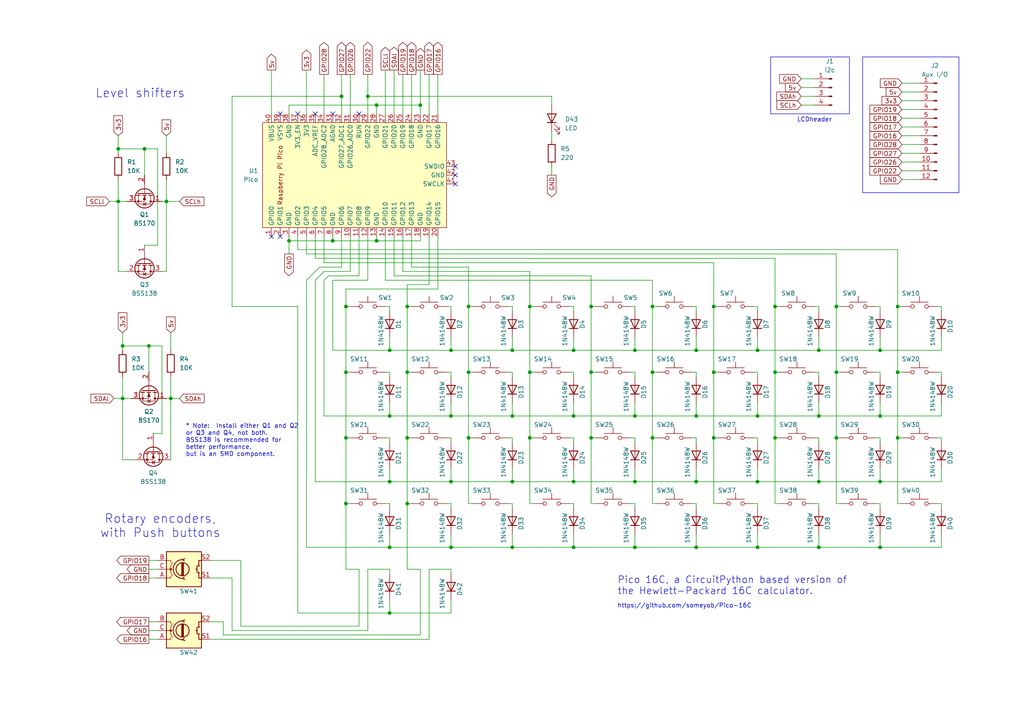
<source format=kicad_sch>
(kicad_sch (version 20231120) (generator "eeschema") (generator_version "8.0")
  (paper "A4")
  (junction (at 83.82 69.85))
  (junction (at 201.93 120.65))
  (junction (at 184.15 120.65))
  (junction (at 100.33 146.05))
  (junction (at 171.45 88.9))
  (junction (at 201.93 158.75))
  (junction (at 113.03 101.6))
  (junction (at 237.49 120.65))
  (junction (at 35.56 100.33))
  (junction (at 43.18 100.33))
  (junction (at 171.45 127))
  (junction (at 34.29 58.42))
  (junction (at 118.11 88.9))
  (junction (at 166.37 139.7))
  (junction (at 135.89 107.95))
  (junction (at 148.59 139.7))
  (junction (at 118.11 127))
  (junction (at 224.79 127))
  (junction (at 219.71 101.6))
  (junction (at 219.71 158.75))
  (junction (at 242.57 107.95))
  (junction (at 242.57 88.9))
  (junction (at 166.37 101.6))
  (junction (at 121.92 30.48))
  (junction (at 34.29 43.18))
  (junction (at 255.27 158.75))
  (junction (at 153.67 107.95))
  (junction (at 255.27 120.65))
  (junction (at 189.23 88.9))
  (junction (at 166.37 120.65))
  (junction (at 113.03 139.7))
  (junction (at 224.79 88.9))
  (junction (at 219.71 120.65))
  (junction (at 96.52 69.85))
  (junction (at 201.93 101.6))
  (junction (at 135.89 127))
  (junction (at 207.01 107.95))
  (junction (at 135.89 88.9))
  (junction (at 99.06 27.94))
  (junction (at 189.23 107.95))
  (junction (at 255.27 139.7))
  (junction (at 242.57 127))
  (junction (at 41.91 43.18))
  (junction (at 207.01 88.9))
  (junction (at 260.35 127))
  (junction (at 130.81 101.6))
  (junction (at 113.03 120.65))
  (junction (at 171.45 107.95))
  (junction (at 184.15 139.7))
  (junction (at 106.68 27.94))
  (junction (at 118.11 107.95))
  (junction (at 219.71 139.7))
  (junction (at 201.93 139.7))
  (junction (at 113.03 177.8))
  (junction (at 237.49 158.75))
  (junction (at 109.22 30.48))
  (junction (at 49.53 115.57))
  (junction (at 109.22 69.85))
  (junction (at 166.37 158.75))
  (junction (at 237.49 139.7))
  (junction (at 130.81 139.7))
  (junction (at 224.79 107.95))
  (junction (at 255.27 101.6))
  (junction (at 35.56 115.57))
  (junction (at 260.35 88.9))
  (junction (at 153.67 88.9))
  (junction (at 100.33 127))
  (junction (at 189.23 127))
  (junction (at 237.49 101.6))
  (junction (at 260.35 107.95))
  (junction (at 100.33 88.9))
  (junction (at 184.15 158.75))
  (junction (at 113.03 158.75))
  (junction (at 130.81 120.65))
  (junction (at 130.81 158.75))
  (junction (at 207.01 127))
  (junction (at 153.67 127))
  (junction (at 48.26 58.42))
  (junction (at 148.59 158.75))
  (junction (at 148.59 101.6))
  (junction (at 148.59 120.65))
  (junction (at 118.11 146.05))
  (junction (at 100.33 107.95))
  (junction (at 184.15 101.6))
  (no_connect (at 91.44 33.02))
  (no_connect (at 81.28 68.58))
  (no_connect (at 132.08 48.26))
  (no_connect (at 104.14 33.02))
  (no_connect (at 96.52 33.02))
  (no_connect (at 132.08 50.8))
  (no_connect (at 78.74 68.58))
  (no_connect (at 81.28 33.02))
  (no_connect (at 132.08 53.34))
  (no_connect (at 86.36 33.02))
  (wire (pts (xy 153.67 88.9) (xy 154.94 88.9)))
  (wire (pts (xy 219.71 154.94) (xy 219.71 158.75)))
  (wire (pts (xy 148.59 101.6) (xy 166.37 101.6)))
  (wire (pts (xy 166.37 135.89) (xy 166.37 139.7)))
  (wire (pts (xy 237.49 158.75) (xy 255.27 158.75)))
  (wire (pts (xy 201.93 101.6) (xy 219.71 101.6)))
  (wire (pts (xy 236.22 127) (xy 237.49 127)))
  (wire (pts (xy 135.89 146.05) (xy 137.16 146.05)))
  (wire (pts (xy 35.56 115.57) (xy 35.56 133.35)))
  (wire (pts (xy 148.59 116.84) (xy 148.59 120.65)))
  (wire (pts (xy 254 88.9) (xy 255.27 88.9)))
  (wire (pts (xy 88.9 73.66) (xy 242.57 73.66)))
  (wire (pts (xy 93.98 81.28) (xy 93.98 120.65)))
  (wire (pts (xy 43.18 100.33) (xy 43.18 107.95)))
  (wire (pts (xy 189.23 127) (xy 189.23 146.05)))
  (wire (pts (xy 219.71 101.6) (xy 237.49 101.6)))
  (wire (pts (xy 35.56 133.35) (xy 39.37 133.35)))
  (wire (pts (xy 118.11 146.05) (xy 118.11 165.1)))
  (wire (pts (xy 237.49 116.84) (xy 237.49 120.65)))
  (wire (pts (xy 106.68 68.58) (xy 106.68 81.28)))
  (wire (pts (xy 129.54 127) (xy 130.81 127)))
  (wire (pts (xy 99.06 27.94) (xy 99.06 33.02)))
  (wire (pts (xy 135.89 88.9) (xy 137.16 88.9)))
  (wire (pts (xy 184.15 139.7) (xy 201.93 139.7)))
  (wire (pts (xy 67.31 88.9) (xy 86.36 88.9)))
  (wire (pts (xy 153.67 107.95) (xy 153.67 127)))
  (wire (pts (xy 86.36 88.9) (xy 86.36 177.8)))
  (wire (pts (xy 207.01 88.9) (xy 208.28 88.9)))
  (wire (pts (xy 166.37 139.7) (xy 184.15 139.7)))
  (wire (pts (xy 147.32 127) (xy 148.59 127)))
  (wire (pts (xy 184.15 154.94) (xy 184.15 158.75)))
  (wire (pts (xy 218.44 127) (xy 219.71 127)))
  (wire (pts (xy 261.62 46.99) (xy 266.7 46.99)))
  (wire (pts (xy 48.26 52.07) (xy 48.26 58.42)))
  (wire (pts (xy 130.81 154.94) (xy 130.81 158.75)))
  (wire (pts (xy 67.31 27.94) (xy 67.31 88.9)))
  (wire (pts (xy 116.84 21.59) (xy 116.84 33.02)))
  (wire (pts (xy 78.74 20.32) (xy 78.74 33.02)))
  (wire (pts (xy 273.05 107.95) (xy 273.05 109.22)))
  (wire (pts (xy 148.59 146.05) (xy 148.59 147.32)))
  (wire (pts (xy 201.93 97.79) (xy 201.93 101.6)))
  (wire (pts (xy 166.37 127) (xy 166.37 128.27)))
  (wire (pts (xy 224.79 74.93) (xy 224.79 88.9)))
  (wire (pts (xy 153.67 107.95) (xy 154.94 107.95)))
  (wire (pts (xy 113.03 101.6) (xy 130.81 101.6)))
  (wire (pts (xy 224.79 88.9) (xy 226.06 88.9)))
  (wire (pts (xy 31.75 58.42) (xy 34.29 58.42)))
  (wire (pts (xy 219.71 107.95) (xy 219.71 109.22)))
  (wire (pts (xy 48.26 58.42) (xy 48.26 78.74)))
  (wire (pts (xy 171.45 107.95) (xy 172.72 107.95)))
  (wire (pts (xy 130.81 127) (xy 130.81 128.27)))
  (wire (pts (xy 207.01 127) (xy 207.01 146.05)))
  (wire (pts (xy 49.53 115.57) (xy 49.53 133.35)))
  (wire (pts (xy 114.3 20.32) (xy 114.3 33.02)))
  (wire (pts (xy 95.25 80.01) (xy 93.98 81.28)))
  (wire (pts (xy 153.67 127) (xy 153.67 146.05)))
  (wire (pts (xy 41.91 43.18) (xy 45.72 43.18)))
  (wire (pts (xy 93.98 78.74) (xy 91.44 81.28)))
  (wire (pts (xy 118.11 127) (xy 119.38 127)))
  (wire (pts (xy 116.84 68.58) (xy 116.84 78.74)))
  (wire (pts (xy 109.22 30.48) (xy 109.22 33.02)))
  (wire (pts (xy 237.49 154.94) (xy 237.49 158.75)))
  (wire (pts (xy 219.71 127) (xy 219.71 128.27)))
  (wire (pts (xy 224.79 127) (xy 226.06 127)))
  (wire (pts (xy 113.03 177.8) (xy 130.81 177.8)))
  (wire (pts (xy 35.56 100.33) (xy 35.56 101.6)))
  (wire (pts (xy 127 68.58) (xy 127 83.82)))
  (wire (pts (xy 207.01 88.9) (xy 207.01 107.95)))
  (wire (pts (xy 148.59 107.95) (xy 148.59 109.22)))
  (wire (pts (xy 261.62 24.13) (xy 266.7 24.13)))
  (wire (pts (xy 261.62 36.83) (xy 266.7 36.83)))
  (wire (pts (xy 260.35 72.39) (xy 260.35 88.9)))
  (wire (pts (xy 201.93 158.75) (xy 219.71 158.75)))
  (wire (pts (xy 86.36 68.58) (xy 86.36 72.39)))
  (wire (pts (xy 255.27 127) (xy 255.27 128.27)))
  (wire (pts (xy 232.41 30.48) (xy 236.22 30.48)))
  (wire (pts (xy 207.01 107.95) (xy 207.01 127)))
  (wire (pts (xy 201.93 146.05) (xy 201.93 147.32)))
  (wire (pts (xy 184.15 116.84) (xy 184.15 120.65)))
  (wire (pts (xy 69.85 162.56) (xy 69.85 181.61)))
  (wire (pts (xy 43.18 167.64) (xy 45.72 167.64)))
  (wire (pts (xy 130.81 88.9) (xy 130.81 90.17)))
  (wire (pts (xy 60.96 180.34) (xy 64.77 180.34)))
  (wire (pts (xy 242.57 107.95) (xy 243.84 107.95)))
  (wire (pts (xy 121.92 165.1) (xy 121.92 184.15)))
  (wire (pts (xy 171.45 127) (xy 172.72 127)))
  (wire (pts (xy 100.33 107.95) (xy 101.6 107.95)))
  (wire (pts (xy 114.3 68.58) (xy 114.3 80.01)))
  (wire (pts (xy 254 107.95) (xy 255.27 107.95)))
  (wire (pts (xy 260.35 127) (xy 261.62 127)))
  (wire (pts (xy 113.03 139.7) (xy 130.81 139.7)))
  (wire (pts (xy 166.37 107.95) (xy 166.37 109.22)))
  (wire (pts (xy 45.72 71.12) (xy 41.91 71.12)))
  (wire (pts (xy 35.56 115.57) (xy 38.1 115.57)))
  (wire (pts (xy 166.37 101.6) (xy 184.15 101.6)))
  (wire (pts (xy 237.49 139.7) (xy 255.27 139.7)))
  (wire (pts (xy 101.6 68.58) (xy 101.6 78.74)))
  (wire (pts (xy 67.31 182.88) (xy 106.68 182.88)))
  (wire (pts (xy 129.54 107.95) (xy 130.81 107.95)))
  (wire (pts (xy 171.45 146.05) (xy 172.72 146.05)))
  (wire (pts (xy 184.15 120.65) (xy 201.93 120.65)))
  (wire (pts (xy 165.1 127) (xy 166.37 127)))
  (wire (pts (xy 113.03 173.99) (xy 113.03 177.8)))
  (wire (pts (xy 33.02 115.57) (xy 35.56 115.57)))
  (wire (pts (xy 236.22 146.05) (xy 237.49 146.05)))
  (wire (pts (xy 113.03 154.94) (xy 113.03 158.75)))
  (wire (pts (xy 255.27 88.9) (xy 255.27 90.17)))
  (wire (pts (xy 182.88 107.95) (xy 184.15 107.95)))
  (wire (pts (xy 255.27 135.89) (xy 255.27 139.7)))
  (wire (pts (xy 118.11 127) (xy 118.11 146.05)))
  (wire (pts (xy 271.78 88.9) (xy 273.05 88.9)))
  (wire (pts (xy 255.27 139.7) (xy 273.05 139.7)))
  (wire (pts (xy 113.03 166.37) (xy 113.03 165.1)))
  (wire (pts (xy 232.41 22.86) (xy 236.22 22.86)))
  (wire (pts (xy 189.23 146.05) (xy 190.5 146.05)))
  (wire (pts (xy 166.37 116.84) (xy 166.37 120.65)))
  (wire (pts (xy 99.06 27.94) (xy 67.31 27.94)))
  (wire (pts (xy 43.18 100.33) (xy 46.99 100.33)))
  (wire (pts (xy 83.82 69.85) (xy 83.82 73.66)))
  (wire (pts (xy 113.03 120.65) (xy 130.81 120.65)))
  (wire (pts (xy 121.92 184.15) (xy 64.77 184.15)))
  (wire (pts (xy 43.18 180.34) (xy 45.72 180.34)))
  (wire (pts (xy 232.41 27.94) (xy 236.22 27.94)))
  (wire (pts (xy 43.18 165.1) (xy 45.72 165.1)))
  (wire (pts (xy 200.66 146.05) (xy 201.93 146.05)))
  (wire (pts (xy 166.37 97.79) (xy 166.37 101.6)))
  (wire (pts (xy 100.33 83.82) (xy 127 83.82)))
  (wire (pts (xy 135.89 127) (xy 137.16 127)))
  (wire (pts (xy 93.98 76.2) (xy 207.01 76.2)))
  (wire (pts (xy 130.81 107.95) (xy 130.81 109.22)))
  (wire (pts (xy 35.56 100.33) (xy 43.18 100.33)))
  (wire (pts (xy 147.32 88.9) (xy 148.59 88.9)))
  (wire (pts (xy 261.62 39.37) (xy 266.7 39.37)))
  (wire (pts (xy 109.22 68.58) (xy 109.22 69.85)))
  (wire (pts (xy 219.71 139.7) (xy 237.49 139.7)))
  (wire (pts (xy 255.27 158.75) (xy 273.05 158.75)))
  (wire (pts (xy 113.03 107.95) (xy 113.03 109.22)))
  (wire (pts (xy 201.93 154.94) (xy 201.93 158.75)))
  (wire (pts (xy 44.45 125.73) (xy 46.99 125.73)))
  (wire (pts (xy 119.38 77.47) (xy 135.89 77.47)))
  (wire (pts (xy 242.57 146.05) (xy 243.84 146.05)))
  (wire (pts (xy 113.03 135.89) (xy 113.03 139.7)))
  (wire (pts (xy 148.59 120.65) (xy 166.37 120.65)))
  (wire (pts (xy 34.29 43.18) (xy 34.29 44.45)))
  (wire (pts (xy 35.56 109.22) (xy 35.56 115.57)))
  (wire (pts (xy 113.03 158.75) (xy 130.81 158.75)))
  (wire (pts (xy 273.05 154.94) (xy 273.05 158.75)))
  (wire (pts (xy 114.3 80.01) (xy 171.45 80.01)))
  (wire (pts (xy 261.62 31.75) (xy 266.7 31.75)))
  (wire (pts (xy 93.98 120.65) (xy 113.03 120.65)))
  (wire (pts (xy 69.85 181.61) (xy 104.14 181.61)))
  (wire (pts (xy 113.03 146.05) (xy 113.03 147.32)))
  (wire (pts (xy 130.81 116.84) (xy 130.81 120.65)))
  (wire (pts (xy 224.79 107.95) (xy 224.79 127)))
  (wire (pts (xy 91.44 139.7) (xy 113.03 139.7)))
  (wire (pts (xy 237.49 120.65) (xy 255.27 120.65)))
  (wire (pts (xy 99.06 21.59) (xy 99.06 27.94)))
  (wire (pts (xy 189.23 107.95) (xy 190.5 107.95)))
  (wire (pts (xy 153.67 78.74) (xy 153.67 88.9)))
  (wire (pts (xy 60.96 162.56) (xy 69.85 162.56)))
  (wire (pts (xy 182.88 88.9) (xy 184.15 88.9)))
  (wire (pts (xy 255.27 97.79) (xy 255.27 101.6)))
  (wire (pts (xy 201.93 88.9) (xy 201.93 90.17)))
  (wire (pts (xy 111.76 68.58) (xy 111.76 81.28)))
  (wire (pts (xy 118.11 82.55) (xy 118.11 88.9)))
  (wire (pts (xy 113.03 127) (xy 113.03 128.27)))
  (wire (pts (xy 119.38 21.59) (xy 119.38 33.02)))
  (wire (pts (xy 48.26 115.57) (xy 49.53 115.57)))
  (wire (pts (xy 242.57 88.9) (xy 243.84 88.9)))
  (wire (pts (xy 273.05 88.9) (xy 273.05 90.17)))
  (wire (pts (xy 135.89 77.47) (xy 135.89 88.9)))
  (wire (pts (xy 236.22 88.9) (xy 237.49 88.9)))
  (wire (pts (xy 148.59 127) (xy 148.59 128.27)))
  (wire (pts (xy 153.67 146.05) (xy 154.94 146.05)))
  (wire (pts (xy 189.23 88.9) (xy 190.5 88.9)))
  (wire (pts (xy 45.72 43.18) (xy 45.72 71.12)))
  (wire (pts (xy 147.32 146.05) (xy 148.59 146.05)))
  (wire (pts (xy 166.37 146.05) (xy 166.37 147.32)))
  (wire (pts (xy 83.82 30.48) (xy 109.22 30.48)))
  (wire (pts (xy 109.22 69.85) (xy 121.92 69.85)))
  (wire (pts (xy 201.93 116.84) (xy 201.93 120.65)))
  (wire (pts (xy 237.49 146.05) (xy 237.49 147.32)))
  (wire (pts (xy 88.9 81.28) (xy 88.9 158.75)))
  (wire (pts (xy 49.53 115.57) (xy 52.07 115.57)))
  (wire (pts (xy 242.57 127) (xy 243.84 127)))
  (wire (pts (xy 111.76 81.28) (xy 189.23 81.28)))
  (wire (pts (xy 106.68 165.1) (xy 113.03 165.1)))
  (wire (pts (xy 96.52 68.58) (xy 96.52 69.85)))
  (wire (pts (xy 104.14 68.58) (xy 104.14 80.01)))
  (wire (pts (xy 171.45 88.9) (xy 171.45 107.95)))
  (wire (pts (xy 34.29 58.42) (xy 36.83 58.42)))
  (wire (pts (xy 93.98 21.59) (xy 93.98 33.02)))
  (wire (pts (xy 148.59 158.75) (xy 166.37 158.75)))
  (wire (pts (xy 100.33 88.9) (xy 101.6 88.9)))
  (wire (pts (xy 130.81 101.6) (xy 148.59 101.6)))
  (wire (pts (xy 224.79 88.9) (xy 224.79 107.95)))
  (wire (pts (xy 201.93 120.65) (xy 219.71 120.65)))
  (wire (pts (xy 34.29 39.37) (xy 34.29 43.18)))
  (wire (pts (xy 184.15 146.05) (xy 184.15 147.32)))
  (wire (pts (xy 109.22 30.48) (xy 121.92 30.48)))
  (wire (pts (xy 153.67 127) (xy 154.94 127)))
  (wire (pts (xy 219.71 120.65) (xy 237.49 120.65)))
  (wire (pts (xy 236.22 107.95) (xy 237.49 107.95)))
  (wire (pts (xy 237.49 88.9) (xy 237.49 90.17)))
  (wire (pts (xy 219.71 97.79) (xy 219.71 101.6)))
  (wire (pts (xy 43.18 185.42) (xy 45.72 185.42)))
  (wire (pts (xy 260.35 88.9) (xy 261.62 88.9)))
  (wire (pts (xy 43.18 162.56) (xy 45.72 162.56)))
  (wire (pts (xy 49.53 96.52) (xy 49.53 101.6)))
  (wire (pts (xy 166.37 154.94) (xy 166.37 158.75)))
  (wire (pts (xy 91.44 81.28) (xy 91.44 139.7)))
  (wire (pts (xy 34.29 52.07) (xy 34.29 58.42)))
  (wire (pts (xy 64.77 184.15) (xy 64.77 180.34)))
  (wire (pts (xy 171.45 80.01) (xy 171.45 88.9)))
  (wire (pts (xy 91.44 68.58) (xy 91.44 74.93)))
  (wire (pts (xy 148.59 97.79) (xy 148.59 101.6)))
  (wire (pts (xy 34.29 43.18) (xy 41.91 43.18)))
  (wire (pts (xy 121.92 30.48) (xy 121.92 33.02)))
  (wire (pts (xy 118.11 107.95) (xy 119.38 107.95)))
  (wire (pts (xy 104.14 181.61) (xy 104.14 165.1)))
  (wire (pts (xy 135.89 127) (xy 135.89 146.05)))
  (wire (pts (xy 273.05 127) (xy 273.05 128.27)))
  (wire (pts (xy 171.45 88.9) (xy 172.72 88.9)))
  (wire (pts (xy 129.54 146.05) (xy 130.81 146.05)))
  (wire (pts (xy 83.82 68.58) (xy 83.82 69.85)))
  (wire (pts (xy 34.29 78.74) (xy 36.83 78.74)))
  (wire (pts (xy 83.82 30.48) (xy 83.82 33.02)))
  (wire (pts (xy 43.18 182.88) (xy 45.72 182.88)))
  (wire (pts (xy 35.56 96.52) (xy 35.56 100.33)))
  (wire (pts (xy 86.36 177.8) (xy 113.03 177.8)))
  (wire (pts (xy 118.11 88.9) (xy 118.11 107.95)))
  (wire (pts (xy 118.11 107.95) (xy 118.11 127)))
  (wire (pts (xy 207.01 127) (xy 208.28 127)))
  (wire (pts (xy 118.11 88.9) (xy 119.38 88.9)))
  (wire (pts (xy 261.62 26.67) (xy 266.7 26.67)))
  (wire (pts (xy 88.9 68.58) (xy 88.9 73.66)))
  (wire (pts (xy 255.27 116.84) (xy 255.27 120.65)))
  (wire (pts (xy 100.33 146.05) (xy 101.6 146.05)))
  (wire (pts (xy 100.33 127) (xy 100.33 146.05)))
  (wire (pts (xy 189.23 88.9) (xy 189.23 107.95)))
  (wire (pts (xy 46.99 100.33) (xy 46.99 125.73)))
  (wire (pts (xy 261.62 34.29) (xy 266.7 34.29)))
  (wire (pts (xy 224.79 146.05) (xy 226.06 146.05)))
  (wire (pts (xy 182.88 127) (xy 184.15 127)))
  (wire (pts (xy 96.52 101.6) (xy 113.03 101.6)))
  (wire (pts (xy 48.26 78.74) (xy 46.99 78.74)))
  (wire (pts (xy 271.78 107.95) (xy 273.05 107.95)))
  (wire (pts (xy 130.81 120.65) (xy 148.59 120.65)))
  (wire (pts (xy 189.23 107.95) (xy 189.23 127)))
  (wire (pts (xy 106.68 182.88) (xy 106.68 165.1)))
  (wire (pts (xy 261.62 44.45) (xy 266.7 44.45)))
  (wire (pts (xy 189.23 127) (xy 190.5 127)))
  (wire (pts (xy 260.35 146.05) (xy 261.62 146.05)))
  (wire (pts (xy 96.52 81.28) (xy 96.52 101.6)))
  (wire (pts (xy 100.33 127) (xy 101.6 127)))
  (wire (pts (xy 219.71 146.05) (xy 219.71 147.32)))
  (wire (pts (xy 119.38 68.58) (xy 119.38 77.47)))
  (wire (pts (xy 130.81 158.75) (xy 148.59 158.75)))
  (wire (pts (xy 254 127) (xy 255.27 127)))
  (wire (pts (xy 116.84 78.74) (xy 153.67 78.74)))
  (wire (pts (xy 148.59 139.7) (xy 166.37 139.7)))
  (wire (pts (xy 60.96 185.42) (xy 124.46 185.42)))
  (wire (pts (xy 207.01 76.2) (xy 207.01 88.9)))
  (wire (pts (xy 166.37 88.9) (xy 166.37 90.17)))
  (wire (pts (xy 111.76 20.32) (xy 111.76 33.02)))
  (wire (pts (xy 135.89 107.95) (xy 135.89 127)))
  (wire (pts (xy 130.81 146.05) (xy 130.81 147.32)))
  (wire (pts (xy 261.62 41.91) (xy 266.7 41.91)))
  (wire (pts (xy 224.79 127) (xy 224.79 146.05)))
  (wire (pts (xy 124.46 165.1) (xy 130.81 165.1)))
  (wire (pts (xy 201.93 107.95) (xy 201.93 109.22)))
  (wire (pts (xy 95.25 80.01) (xy 104.14 80.01)))
  (wire (pts (xy 100.33 165.1) (xy 104.14 165.1)))
  (wire (pts (xy 160.02 38.1) (xy 160.02 40.64)))
  (wire (pts (xy 184.15 88.9) (xy 184.15 90.17)))
  (wire (pts (xy 260.35 88.9) (xy 260.35 107.95)))
  (wire (pts (xy 88.9 158.75) (xy 113.03 158.75)))
  (wire (pts (xy 118.11 165.1) (xy 121.92 165.1)))
  (wire (pts (xy 96.52 81.28) (xy 106.68 81.28)))
  (wire (pts (xy 165.1 107.95) (xy 166.37 107.95)))
  (wire (pts (xy 260.35 107.95) (xy 261.62 107.95)))
  (wire (pts (xy 254 146.05) (xy 255.27 146.05)))
  (wire (pts (xy 49.53 109.22) (xy 49.53 115.57)))
  (wire (pts (xy 130.81 97.79) (xy 130.81 101.6)))
  (wire (pts (xy 93.98 78.74) (xy 101.6 78.74)))
  (wire (pts (xy 113.03 97.79) (xy 113.03 101.6)))
  (wire (pts (xy 96.52 69.85) (xy 109.22 69.85)))
  (wire (pts (xy 48.26 39.37) (xy 48.26 44.45)))
  (wire (pts (xy 113.03 88.9) (xy 113.03 90.17)))
  (wire (pts (xy 207.01 146.05) (xy 208.28 146.05)))
  (wire (pts (xy 237.49 101.6) (xy 255.27 101.6)))
  (wire (pts (xy 46.99 58.42) (xy 48.26 58.42)))
  (wire (pts (xy 260.35 107.95) (xy 260.35 127)))
  (wire (pts (xy 100.33 83.82) (xy 100.33 88.9)))
  (wire (pts (xy 67.31 167.64) (xy 67.31 182.88)))
  (wire (pts (xy 165.1 146.05) (xy 166.37 146.05)))
  (wire (pts (xy 201.93 139.7) (xy 219.71 139.7)))
  (wire (pts (xy 182.88 146.05) (xy 184.15 146.05)))
  (wire (pts (xy 91.44 74.93) (xy 224.79 74.93)))
  (wire (pts (xy 271.78 127) (xy 273.05 127)))
  (wire (pts (xy 160.02 27.94) (xy 160.02 30.48)))
  (wire (pts (xy 273.05 116.84) (xy 273.05 120.65)))
  (wire (pts (xy 218.44 88.9) (xy 219.71 88.9)))
  (wire (pts (xy 189.23 81.28) (xy 189.23 88.9)))
  (wire (pts (xy 118.11 146.05) (xy 119.38 146.05)))
  (wire (pts (xy 130.81 166.37) (xy 130.81 165.1)))
  (wire (pts (xy 273.05 135.89) (xy 273.05 139.7)))
  (wire (pts (xy 201.93 127) (xy 201.93 128.27)))
  (wire (pts (xy 255.27 107.95) (xy 255.27 109.22)))
  (wire (pts (xy 92.71 77.47) (xy 99.06 77.47)))
  (wire (pts (xy 121.92 20.32) (xy 121.92 30.48)))
  (wire (pts (xy 219.71 88.9) (xy 219.71 90.17)))
  (wire (pts (xy 130.81 173.99) (xy 130.81 177.8)))
  (wire (pts (xy 237.49 97.79) (xy 237.49 101.6)))
  (wire (pts (xy 237.49 135.89) (xy 237.49 139.7)))
  (wire (pts (xy 111.76 146.05) (xy 113.03 146.05)))
  (wire (pts (xy 118.11 82.55) (xy 124.46 82.55)))
  (wire (pts (xy 165.1 88.9) (xy 166.37 88.9)))
  (wire (pts (xy 219.71 116.84) (xy 219.71 120.65)))
  (wire (pts (xy 127 21.59) (xy 127 33.02)))
  (wire (pts (xy 99.06 68.58) (xy 99.06 77.47)))
  (wire (pts (xy 111.76 88.9) (xy 113.03 88.9)))
  (wire (pts (xy 153.67 88.9) (xy 153.67 107.95)))
  (wire (pts (xy 200.66 127) (xy 201.93 127)))
  (wire (pts (xy 101.6 21.59) (xy 101.6 33.02)))
  (wire (pts (xy 147.32 107.95) (xy 148.59 107.95)))
  (wire (pts (xy 271.78 146.05) (xy 273.05 146.05)))
  (wire (pts (xy 242.57 73.66) (xy 242.57 88.9)))
  (wire (pts (xy 200.66 107.95) (xy 201.93 107.95)))
  (wire (pts (xy 201.93 135.89) (xy 201.93 139.7)))
  (wire (pts (xy 237.49 107.95) (xy 237.49 109.22)))
  (wire (pts (xy 255.27 120.65) (xy 273.05 120.65)))
  (wire (pts (xy 184.15 127) (xy 184.15 128.27)))
  (wire (pts (xy 260.35 127) (xy 260.35 146.05)))
  (wire (pts (xy 184.15 101.6) (xy 201.93 101.6)))
  (wire (pts (xy 124.46 21.59) (xy 124.46 33.02)))
  (wire (pts (xy 273.05 146.05) (xy 273.05 147.32)))
  (wire (pts (xy 130.81 139.7) (xy 148.59 139.7)))
  (wire (pts (xy 261.62 49.53) (xy 266.7 49.53)))
  (wire (pts (xy 171.45 127) (xy 171.45 146.05)))
  (wire (pts (xy 83.82 69.85) (xy 96.52 69.85)))
  (wire (pts (xy 200.66 88.9) (xy 201.93 88.9)))
  (wire (pts (xy 242.57 107.95) (xy 242.57 127)))
  (wire (pts (xy 273.05 97.79) (xy 273.05 101.6)))
  (wire (pts (xy 124.46 185.42) (xy 124.46 165.1)))
  (wire (pts (xy 121.92 68.58) (xy 121.92 69.85)))
  (wire (pts (xy 255.27 101.6) (xy 273.05 101.6)))
  (wire (pts (xy 148.59 135.89) (xy 148.59 139.7)))
  (wire (pts (xy 261.62 52.07) (xy 266.7 52.07)))
  (wire (pts (xy 184.15 135.89) (xy 184.15 139.7)))
  (wire (pts (xy 242.57 127) (xy 242.57 146.05)))
  (wire (pts (xy 224.79 107.95) (xy 226.06 107.95)))
  (wire (pts (xy 184.15 107.95) (xy 184.15 109.22)))
  (wire (pts (xy 166.37 120.65) (xy 184.15 120.65)))
  (wire (pts (xy 207.01 107.95) (xy 208.28 107.95)))
  (wire (pts (xy 135.89 107.95) (xy 137.16 107.95)))
  (wire (pts (xy 148.59 88.9) (xy 148.59 90.17)))
  (wire (pts (xy 88.9 20.32) (xy 88.9 33.02)))
  (wire (pts (xy 218.44 107.95) (xy 219.71 107.95)))
  (wire (pts (xy 166.37 158.75) (xy 184.15 158.75)))
  (wire (pts (xy 113.03 116.84) (xy 113.03 120.65)))
  (wire (pts (xy 100.33 107.95) (xy 100.33 127)))
  (wire (pts (xy 106.68 21.59) (xy 106.68 27.94)))
  (wire (pts (xy 86.36 72.39) (xy 260.35 72.39)))
  (wire (pts (xy 106.68 27.94) (xy 160.02 27.94)))
  (wire (pts (xy 106.68 27.94) (xy 106.68 33.02)))
  (wire (pts (xy 92.71 77.47) (xy 88.9 81.28)))
  (wire (pts (xy 184.15 97.79) (xy 184.15 101.6)))
  (wire (pts (xy 219.71 135.89) (xy 219.71 139.7)))
  (wire (pts (xy 129.54 88.9) (xy 130.81 88.9)))
  (wire (pts (xy 130.81 135.89) (xy 130.81 139.7)))
  (wire (pts (xy 124.46 68.58) (xy 124.46 82.55)))
  (wire (pts (xy 261.62 29.21) (xy 266.7 29.21)))
  (wire (pts (xy 111.76 127) (xy 113.03 127)))
  (wire (pts (xy 160.02 48.26) (xy 160.02 50.8)))
  (wire (pts (xy 135.89 88.9) (xy 135.89 107.95)))
  (wire (pts (xy 41.91 43.18) (xy 41.91 50.8)))
  (wire (pts (xy 100.33 88.9) (xy 100.33 107.95)))
  (wire (pts (xy 255.27 154.94) (xy 255.27 158.75)))
  (wire (pts (xy 60.96 167.64) (xy 67.31 167.64)))
  (wire (pts (xy 171.45 107.95) (xy 171.45 127)))
  (wire (pts (xy 48.26 58.42) (xy 52.07 58.42)))
  (wire (pts (xy 255.27 146.05) (xy 255.27 147.32)))
  (wire (pts (xy 219.71 158.75) (xy 237.49 158.75)))
  (wire (pts (xy 242.57 88.9) (xy 242.57 107.95)))
  (wire (pts (xy 232.41 25.4) (xy 236.22 25.4)))
  (wire (pts (xy 34.29 58.42) (xy 34.29 78.74)))
  (wire (pts (xy 237.49 127) (xy 237.49 128.27)))
  (wire (pts (xy 184.15 158.75) (xy 201.93 158.75)))
  (wire (pts (xy 218.44 146.05) (xy 219.71 146.05)))
  (wire (pts (xy 148.59 154.94) (xy 148.59 158.75)))
  (wire (pts (xy 111.76 107.95) (xy 113.03 107.95)))
  (wire (pts (xy 93.98 68.58) (xy 93.98 76.2)))
  (wire (pts (xy 100.33 146.05) (xy 100.33 165.1)))
  (rectangle (start 250.19 16.51) (end 278.13 55.88))
  (rectangle (start 223.52 16.51) (end 246.38 33.02))
  (text "Pico 16C, a CircuitPython based version of \nthe Hewlett-Packard 16C calculator." (at 179.07 172.72 0) (effects (font (size 2 2)) (justify left bottom)))
  (text "https://github.com/someyob/Pico-16C" (at 179.07 176.53 0) (effects (font (size 1.27 1.27)) (justify left bottom)))
  (text "LCDheader" (at 231.14 35.56 0) (effects (font (size 1.27 1.27)) (justify left bottom)))
  (text "* Note:  Install either Q1 and Q2 \nor Q3 and Q4, not both.  \nBSS138 is recommended for \nbetter performance, \nbut is an SMD component." (at 53.848 127.762 0) (effects (font (size 1.27 1.27)) (justify left)))
  (text "Rotary encoders,\nwith Push buttons" (at 46.482 152.654 0) (effects (font (size 2.54 2.54))))
  (text "Level shifters" (at 40.64 27.178 0) (effects (font (size 2.54 2.54))))
  (global_label "SDAl" (shape output) (at 114.3 20.32 90) (property "Intersheetrefs" "${INTERSHEET_REFS}" (effects (hide yes))))
  (global_label "3v3" (shape output) (at 88.9 20.32 90) (property "Intersheetrefs" "${INTERSHEET_REFS}" (effects (hide yes))))
  (global_label "GPIO17" (shape output) (at 124.46 21.59 90) (property "Intersheetrefs" "${INTERSHEET_REFS}" (effects (hide yes))))
  (global_label "GND" (shape output) (at 121.92 20.32 90) (property "Intersheetrefs" "${INTERSHEET_REFS}" (effects (hide yes))))
  (global_label "GND" (shape output) (at 83.82 73.66 270) (property "Intersheetrefs" "${INTERSHEET_REFS}" (effects (hide yes))))
  (global_label "5v" (shape input) (at 49.53 96.52 90) (property "Intersheetrefs" "${INTERSHEET_REFS}" (effects (hide yes))))
  (global_label "GND" (shape output) (at 160.02 50.8 270) (property "Intersheetrefs" "${INTERSHEET_REFS}" (effects (hide yes))))
  (global_label "GPIO16" (shape output) (at 43.18 185.42 180) (property "Intersheetrefs" "${INTERSHEET_REFS}" (effects (hide yes))))
  (global_label "5v" (shape input) (at 232.41 25.4 180) (property "Intersheetrefs" "${INTERSHEET_REFS}" (effects (hide yes))))
  (global_label "5v" (shape output) (at 78.74 20.32 90) (property "Intersheetrefs" "${INTERSHEET_REFS}" (effects (hide yes))))
  (global_label "GPIO28" (shape input) (at 261.62 41.91 180) (property "Intersheetrefs" "${INTERSHEET_REFS}" (effects (hide yes))))
  (global_label "GND" (shape input) (at 232.41 22.86 180) (property "Intersheetrefs" "${INTERSHEET_REFS}" (effects (hide yes))))
  (global_label "GPIO19" (shape input) (at 261.62 31.75 180) (property "Intersheetrefs" "${INTERSHEET_REFS}" (effects (hide yes))))
  (global_label "3v3" (shape input) (at 34.29 39.37 90) (property "Intersheetrefs" "${INTERSHEET_REFS}" (effects (hide yes))))
  (global_label "SCLh" (shape input) (at 52.07 58.42 0) (property "Intersheetrefs" "${INTERSHEET_REFS}" (effects (hide yes))))
  (global_label "GPIO27" (shape output) (at 99.06 21.59 90) (property "Intersheetrefs" "${INTERSHEET_REFS}" (effects (hide yes))))
  (global_label "GND" (shape input) (at 261.62 24.13 180) (property "Intersheetrefs" "${INTERSHEET_REFS}" (effects (hide yes))))
  (global_label "SDAl" (shape input) (at 33.02 115.57 180) (property "Intersheetrefs" "${INTERSHEET_REFS}" (effects (hide yes))))
  (global_label "GPIO17" (shape output) (at 43.18 180.34 180) (property "Intersheetrefs" "${INTERSHEET_REFS}" (effects (hide yes))))
  (global_label "SCLh" (shape input) (at 232.41 30.48 180) (property "Intersheetrefs" "${INTERSHEET_REFS}" (effects (hide yes))))
  (global_label "GPIO22" (shape input) (at 261.62 49.53 180) (property "Intersheetrefs" "${INTERSHEET_REFS}" (effects (hide yes))))
  (global_label "GPIO18" (shape output) (at 43.18 167.64 180) (property "Intersheetrefs" "${INTERSHEET_REFS}" (effects (hide yes))))
  (global_label "GPIO16" (shape input) (at 261.62 39.37 180) (property "Intersheetrefs" "${INTERSHEET_REFS}" (effects (hide yes))))
  (global_label "GPIO22" (shape output) (at 106.68 21.59 90) (property "Intersheetrefs" "${INTERSHEET_REFS}" (effects (hide yes))))
  (global_label "GPIO19" (shape output) (at 43.18 162.56 180) (property "Intersheetrefs" "${INTERSHEET_REFS}" (effects (hide yes))))
  (global_label "GPIO28" (shape output) (at 93.98 21.59 90) (property "Intersheetrefs" "${INTERSHEET_REFS}" (effects (hide yes))))
  (global_label "GND" (shape input) (at 261.62 52.07 180) (property "Intersheetrefs" "${INTERSHEET_REFS}" (effects (hide yes))))
  (global_label "GPIO17" (shape input) (at 261.62 36.83 180) (property "Intersheetrefs" "${INTERSHEET_REFS}" (effects (hide yes))))
  (global_label "GPIO19" (shape output) (at 116.84 21.59 90) (property "Intersheetrefs" "${INTERSHEET_REFS}" (effects (hide yes))))
  (global_label "GPIO27" (shape input) (at 261.62 44.45 180) (property "Intersheetrefs" "${INTERSHEET_REFS}" (effects (hide yes))))
  (global_label "SCLl" (shape output) (at 111.76 20.32 90) (property "Intersheetrefs" "${INTERSHEET_REFS}" (effects (hide yes))))
  (global_label "3v3" (shape input) (at 35.56 96.52 90) (property "Intersheetrefs" "${INTERSHEET_REFS}" (effects (hide yes))))
  (global_label "GPIO26" (shape output) (at 101.6 21.59 90) (property "Intersheetrefs" "${INTERSHEET_REFS}" (effects (hide yes))))
  (global_label "GND" (shape output) (at 43.18 182.88 180) (property "Intersheetrefs" "${INTERSHEET_REFS}" (effects (hide yes))))
  (global_label "SCLl" (shape input) (at 31.75 58.42 180) (property "Intersheetrefs" "${INTERSHEET_REFS}" (effects (hide yes))))
  (global_label "5v" (shape input) (at 261.62 26.67 180) (property "Intersheetrefs" "${INTERSHEET_REFS}" (effects (hide yes))))
  (global_label "GND" (shape output) (at 43.18 165.1 180) (property "Intersheetrefs" "${INTERSHEET_REFS}" (effects (hide yes))))
  (global_label "GPIO18" (shape input) (at 261.62 34.29 180) (property "Intersheetrefs" "${INTERSHEET_REFS}" (effects (hide yes))))
  (global_label "GPIO26" (shape input) (at 261.62 46.99 180) (property "Intersheetrefs" "${INTERSHEET_REFS}" (effects (hide yes))))
  (global_label "5v" (shape input) (at 48.26 39.37 90) (property "Intersheetrefs" "${INTERSHEET_REFS}" (effects (hide yes))))
  (global_label "SDAh" (shape input) (at 52.07 115.57 0) (property "Intersheetrefs" "${INTERSHEET_REFS}" (effects (hide yes))))
  (global_label "GPIO16" (shape output) (at 127 21.59 90) (property "Intersheetrefs" "${INTERSHEET_REFS}" (effects (hide yes))))
  (global_label "GPIO18" (shape output) (at 119.38 21.59 90) (property "Intersheetrefs" "${INTERSHEET_REFS}" (effects (hide yes))))
  (global_label "SDAh" (shape input) (at 232.41 27.94 180) (property "Intersheetrefs" "${INTERSHEET_REFS}" (effects (hide yes))))
  (global_label "3v3" (shape input) (at 261.62 29.21 180) (property "Intersheetrefs" "${INTERSHEET_REFS}" (effects (hide yes))))
  (symbol (lib_id "Diode:1N4148W") (at 255.27 151.13 90) (unit 1)
    (property "Reference" "D39" (at 257.81 149.86 0) (effects (justify right)))
    (property "Value" "1N4148W" (at 252.73 148.59 0) (effects (justify right)))
    (property "Footprint" "Diode_THT:D_DO-35_SOD27_P7.62mm_Horizontal" (effects (hide yes)))
    (property "Datasheet" "https://www.vishay.com/docs/85748/1n4148w.pdf" (effects (hide yes)))
    (property "Sim.Device" "D" (effects (hide yes)))
    (property "Sim.Pins" "1=K 2=A" (effects (hide yes)))
  )
  (symbol (lib_id "Device:RotaryEncoder_Switch") (at 53.34 165.1 0) (mirror x) (unit 1)
    (property "Reference" "SW41" (at 52.07 171.45 0) (effects (justify left)))
    (property "Value" "Encoder_Switch" (effects (hide yes)))
    (property "Footprint" "Rotary_Encoder:RotaryEncoder_Alps_EC11E-Switch_Vertical_H20mm" (effects (hide yes)))
  )
  (symbol (lib_id "Switch:SW_Push") (at 124.46 107.95 0) (mirror y) (unit 1)
    (property "Reference" "SW12" (at 121.92 104.14 0))
    (property "Value" "SW_Push" (effects (hide yes)))
    (property "Footprint" "Button_Switch_Keyboard:SW_Cherry_MX_1.00u_PCB" (effects (hide yes)))
  )
  (symbol (lib_id "Diode:1N4148W") (at 113.03 170.18 90) (unit 1)
    (property "Reference" "D41" (at 115.57 168.91 0) (effects (justify right)))
    (property "Value" "1N4148W" (at 110.49 167.64 0) (effects (justify right)))
    (property "Footprint" "Diode_THT:D_DO-35_SOD27_P7.62mm_Horizontal" (effects (hide yes)))
    (property "Datasheet" "https://www.vishay.com/docs/85748/1n4148w.pdf" (effects (hide yes)))
    (property "Sim.Device" "D" (effects (hide yes)))
    (property "Sim.Pins" "1=K 2=A" (effects (hide yes)))
  )
  (symbol (lib_id "Diode:1N4148W") (at 130.81 93.98 90) (unit 1)
    (property "Reference" "D2" (at 133.35 92.71 0) (effects (justify right)))
    (property "Value" "1N4148W" (at 128.27 91.44 0) (effects (justify right)))
    (property "Footprint" "Diode_THT:D_DO-35_SOD27_P7.62mm_Horizontal" (effects (hide yes)))
    (property "Datasheet" "https://www.vishay.com/docs/85748/1n4148w.pdf" (effects (hide yes)))
    (property "Sim.Device" "D" (effects (hide yes)))
    (property "Sim.Pins" "1=K 2=A" (effects (hide yes)))
  )
  (symbol (lib_id "Switch:SW_Push") (at 213.36 107.95 0) (mirror y) (unit 1)
    (property "Reference" "SW17" (at 210.82 104.14 0))
    (property "Value" "SW_Push" (effects (hide yes)))
    (property "Footprint" "Button_Switch_Keyboard:SW_Cherry_MX_1.00u_PCB" (effects (hide yes)))
  )
  (symbol (lib_id "Switch:SW_Push") (at 142.24 107.95 0) (mirror y) (unit 1)
    (property "Reference" "SW13" (at 139.7 104.14 0))
    (property "Value" "SW_Push" (effects (hide yes)))
    (property "Footprint" "Button_Switch_Keyboard:SW_Cherry_MX_1.00u_PCB" (effects (hide yes)))
  )
  (symbol (lib_id "Diode:1N4148W") (at 184.15 93.98 90) (unit 1)
    (property "Reference" "D5" (at 186.69 92.71 0) (effects (justify right)))
    (property "Value" "1N4148W" (at 181.61 91.44 0) (effects (justify right)))
    (property "Footprint" "Diode_THT:D_DO-35_SOD27_P7.62mm_Horizontal" (effects (hide yes)))
    (property "Datasheet" "https://www.vishay.com/docs/85748/1n4148w.pdf" (effects (hide yes)))
    (property "Sim.Device" "D" (effects (hide yes)))
    (property "Sim.Pins" "1=K 2=A" (effects (hide yes)))
  )
  (symbol (lib_id "Diode:1N4148W") (at 130.81 170.18 90) (unit 1)
    (property "Reference" "D42" (at 133.35 168.91 0) (effects (justify right)))
    (property "Value" "1N4148W" (at 128.27 167.64 0) (effects (justify right)))
    (property "Footprint" "Diode_THT:D_DO-35_SOD27_P7.62mm_Horizontal" (effects (hide yes)))
    (property "Datasheet" "https://www.vishay.com/docs/85748/1n4148w.pdf" (effects (hide yes)))
    (property "Sim.Device" "D" (effects (hide yes)))
    (property "Sim.Pins" "1=K 2=A" (effects (hide yes)))
  )
  (symbol (lib_id "Diode:1N4148W") (at 201.93 132.08 90) (unit 1)
    (property "Reference" "D26" (at 204.47 130.81 0) (effects (justify right)))
    (property "Value" "1N4148W" (at 199.39 129.54 0) (effects (justify right)))
    (property "Footprint" "Diode_THT:D_DO-35_SOD27_P7.62mm_Horizontal" (effects (hide yes)))
    (property "Datasheet" "https://www.vishay.com/docs/85748/1n4148w.pdf" (effects (hide yes)))
    (property "Sim.Device" "D" (effects (hide yes)))
    (property "Sim.Pins" "1=K 2=A" (effects (hide yes)))
  )
  (symbol (lib_id "Diode:1N4148W") (at 166.37 93.98 90) (unit 1)
    (property "Reference" "D4" (at 168.91 92.71 0) (effects (justify right)))
    (property "Value" "1N4148W" (at 163.83 91.44 0) (effects (justify right)))
    (property "Footprint" "Diode_THT:D_DO-35_SOD27_P7.62mm_Horizontal" (effects (hide yes)))
    (property "Datasheet" "https://www.vishay.com/docs/85748/1n4148w.pdf" (effects (hide yes)))
    (property "Sim.Device" "D" (effects (hide yes)))
    (property "Sim.Pins" "1=K 2=A" (effects (hide yes)))
  )
  (symbol (lib_id "Switch:SW_Push") (at 231.14 107.95 0) (mirror y) (unit 1)
    (property "Reference" "SW18" (at 228.6 104.14 0))
    (property "Value" "SW_Push" (effects (hide yes)))
    (property "Footprint" "Button_Switch_Keyboard:SW_Cherry_MX_1.00u_PCB" (effects (hide yes)))
  )
  (symbol (lib_id "Switch:SW_Push") (at 177.8 107.95 0) (mirror y) (unit 1)
    (property "Reference" "SW15" (at 175.26 104.14 0))
    (property "Value" "SW_Push" (effects (hide yes)))
    (property "Footprint" "Button_Switch_Keyboard:SW_Cherry_MX_1.00u_PCB" (effects (hide yes)))
  )
  (symbol (lib_id "Diode:1N4148W") (at 201.93 113.03 90) (unit 1)
    (property "Reference" "D16" (at 204.47 111.76 0) (effects (justify right)))
    (property "Value" "1N4148W" (at 199.39 110.49 0) (effects (justify right)))
    (property "Footprint" "Diode_THT:D_DO-35_SOD27_P7.62mm_Horizontal" (effects (hide yes)))
    (property "Datasheet" "https://www.vishay.com/docs/85748/1n4148w.pdf" (effects (hide yes)))
    (property "Sim.Device" "D" (effects (hide yes)))
    (property "Sim.Pins" "1=K 2=A" (effects (hide yes)))
  )
  (symbol (lib_id "Diode:1N4148W") (at 184.15 113.03 90) (unit 1)
    (property "Reference" "D15" (at 186.69 111.76 0) (effects (justify right)))
    (property "Value" "1N4148W" (at 181.61 110.49 0) (effects (justify right)))
    (property "Footprint" "Diode_THT:D_DO-35_SOD27_P7.62mm_Horizontal" (effects (hide yes)))
    (property "Datasheet" "https://www.vishay.com/docs/85748/1n4148w.pdf" (effects (hide yes)))
    (property "Sim.Device" "D" (effects (hide yes)))
    (property "Sim.Pins" "1=K 2=A" (effects (hide yes)))
  )
  (symbol (lib_id "Switch:SW_Push") (at 106.68 88.9 0) (mirror y) (unit 1)
    (property "Reference" "SW1" (at 111.76 86.36 0))
    (property "Value" "SW_Push" (effects (hide yes)))
    (property "Footprint" "Button_Switch_Keyboard:SW_Cherry_MX_1.00u_PCB" (effects (hide yes)))
  )
  (symbol (lib_id "Diode:1N4148W") (at 273.05 93.98 90) (unit 1)
    (property "Reference" "D10" (at 275.59 92.71 0) (effects (justify right)))
    (property "Value" "1N4148W" (at 270.51 91.44 0) (effects (justify right)))
    (property "Footprint" "Diode_THT:D_DO-35_SOD27_P7.62mm_Horizontal" (effects (hide yes)))
    (property "Datasheet" "https://www.vishay.com/docs/85748/1n4148w.pdf" (effects (hide yes)))
    (property "Sim.Device" "D" (effects (hide yes)))
    (property "Sim.Pins" "1=K 2=A" (effects (hide yes)))
  )
  (symbol (lib_id "Device:R") (at 34.29 48.26 0) (unit 1)
    (property "Reference" "R1" (at 36.83 46.99 0) (effects (justify left)))
    (property "Value" "10K" (at 36.83 49.53 0) (effects (justify left)))
    (property "Footprint" "Resistor_THT:R_Axial_DIN0207_L6.3mm_D2.5mm_P10.16mm_Horizontal" (effects (hide yes)))
  )
  (symbol (lib_id "Switch:SW_Push") (at 160.02 127 0) (mirror y) (unit 1)
    (property "Reference" "SW24" (at 157.48 123.19 0))
    (property "Value" "SW_Push" (effects (hide yes)))
    (property "Footprint" "Button_Switch_Keyboard:SW_Cherry_MX_1.00u_PCB" (effects (hide yes)))
  )
  (symbol (lib_id "Diode:1N4148W") (at 255.27 132.08 90) (unit 1)
    (property "Reference" "D29" (at 257.81 130.81 0) (effects (justify right)))
    (property "Value" "1N4148W" (at 252.73 129.54 0) (effects (justify right)))
    (property "Footprint" "Diode_THT:D_DO-35_SOD27_P7.62mm_Horizontal" (effects (hide yes)))
    (property "Datasheet" "https://www.vishay.com/docs/85748/1n4148w.pdf" (effects (hide yes)))
    (property "Sim.Device" "D" (effects (hide yes)))
    (property "Sim.Pins" "1=K 2=A" (effects (hide yes)))
  )
  (symbol (lib_id "Switch:SW_Push") (at 124.46 146.05 0) (mirror y) (unit 1)
    (property "Reference" "SW32" (at 121.92 142.24 0))
    (property "Value" "SW_Push" (effects (hide yes)))
    (property "Footprint" "Button_Switch_Keyboard:SW_Cherry_MX_1.00u_PCB" (effects (hide yes)))
  )
  (symbol (lib_id "Diode:1N4148W") (at 237.49 151.13 90) (unit 1)
    (property "Reference" "D38" (at 240.03 149.86 0) (effects (justify right)))
    (property "Value" "1N4148W" (at 234.95 148.59 0) (effects (justify right)))
    (property "Footprint" "Diode_THT:D_DO-35_SOD27_P7.62mm_Horizontal" (effects (hide yes)))
    (property "Datasheet" "https://www.vishay.com/docs/85748/1n4148w.pdf" (effects (hide yes)))
    (property "Sim.Device" "D" (effects (hide yes)))
    (property "Sim.Pins" "1=K 2=A" (effects (hide yes)))
  )
  (symbol (lib_id "Diode:1N4148W") (at 148.59 151.13 90) (unit 1)
    (property "Reference" "D33" (at 151.13 149.86 0) (effects (justify right)))
    (property "Value" "1N4148W" (at 146.05 148.59 0) (effects (justify right)))
    (property "Footprint" "Diode_THT:D_DO-35_SOD27_P7.62mm_Horizontal" (effects (hide yes)))
    (property "Datasheet" "https://www.vishay.com/docs/85748/1n4148w.pdf" (effects (hide yes)))
    (property "Sim.Device" "D" (effects (hide yes)))
    (property "Sim.Pins" "1=K 2=A" (effects (hide yes)))
  )
  (symbol (lib_id "Diode:1N4148W") (at 219.71 93.98 90) (unit 1)
    (property "Reference" "D7" (at 222.25 92.71 0) (effects (justify right)))
    (property "Value" "1N4148W" (at 217.17 91.44 0) (effects (justify right)))
    (property "Footprint" "Diode_THT:D_DO-35_SOD27_P7.62mm_Horizontal" (effects (hide yes)))
    (property "Datasheet" "https://www.vishay.com/docs/85748/1n4148w.pdf" (effects (hide yes)))
    (property "Sim.Device" "D" (effects (hide yes)))
    (property "Sim.Pins" "1=K 2=A" (effects (hide yes)))
  )
  (symbol (lib_id "Diode:1N4148W") (at 166.37 113.03 90) (unit 1)
    (property "Reference" "D14" (at 168.91 111.76 0) (effects (justify right)))
    (property "Value" "1N4148W" (at 163.83 110.49 0) (effects (justify right)))
    (property "Footprint" "Diode_THT:D_DO-35_SOD27_P7.62mm_Horizontal" (effects (hide yes)))
    (property "Datasheet" "https://www.vishay.com/docs/85748/1n4148w.pdf" (effects (hide yes)))
    (property "Sim.Device" "D" (effects (hide yes)))
    (property "Sim.Pins" "1=K 2=A" (effects (hide yes)))
  )
  (symbol (lib_id "Device:R") (at 48.26 48.26 0) (unit 1)
    (property "Reference" "R2" (at 50.8 46.99 0) (effects (justify left)))
    (property "Value" "10K" (at 50.8 49.53 0) (effects (justify left)))
    (property "Footprint" "Resistor_THT:R_Axial_DIN0207_L6.3mm_D2.5mm_P10.16mm_Horizontal" (effects (hide yes)))
  )
  (symbol (lib_id "Switch:SW_Push") (at 231.14 127 0) (mirror y) (unit 1)
    (property "Reference" "SW28" (at 228.6 123.19 0))
    (property "Value" "SW_Push" (effects (hide yes)))
    (property "Footprint" "Button_Switch_Keyboard:SW_Cherry_MX_1.00u_PCB" (effects (hide yes)))
  )
  (symbol (lib_id "Switch:SW_Push") (at 142.24 146.05 0) (mirror y) (unit 1)
    (property "Reference" "SW33" (at 139.7 142.24 0))
    (property "Value" "SW_Push" (effects (hide yes)))
    (property "Footprint" "Button_Switch_Keyboard:SW_Cherry_MX_1.00u_PCB" (effects (hide yes)))
  )
  (symbol (lib_id "Switch:SW_Push") (at 195.58 88.9 0) (mirror y) (unit 1)
    (property "Reference" "SW6" (at 193.04 85.09 0))
    (property "Value" "SW_Push" (effects (hide yes)))
    (property "Footprint" "Button_Switch_Keyboard:SW_Cherry_MX_1.00u_PCB" (effects (hide yes)))
  )
  (symbol (lib_id "Diode:1N4148W") (at 219.71 132.08 90) (unit 1)
    (property "Reference" "D27" (at 222.25 130.81 0) (effects (justify right)))
    (property "Value" "1N4148W" (at 217.17 129.54 0) (effects (justify right)))
    (property "Footprint" "Diode_THT:D_DO-35_SOD27_P7.62mm_Horizontal" (effects (hide yes)))
    (property "Datasheet" "https://www.vishay.com/docs/85748/1n4148w.pdf" (effects (hide yes)))
    (property "Sim.Device" "D" (effects (hide yes)))
    (property "Sim.Pins" "1=K 2=A" (effects (hide yes)))
  )
  (symbol (lib_id "Switch:SW_Push") (at 266.7 107.95 0) (mirror y) (unit 1)
    (property "Reference" "SW20" (at 264.16 104.14 0))
    (property "Value" "SW_Push" (effects (hide yes)))
    (property "Footprint" "Button_Switch_Keyboard:SW_Cherry_MX_1.00u_PCB" (effects (hide yes)))
  )
  (symbol (lib_id "Diode:1N4148W") (at 166.37 151.13 90) (unit 1)
    (property "Reference" "D34" (at 168.91 149.86 0) (effects (justify right)))
    (property "Value" "1N4148W" (at 163.83 148.59 0) (effects (justify right)))
    (property "Footprint" "Diode_THT:D_DO-35_SOD27_P7.62mm_Horizontal" (effects (hide yes)))
    (property "Datasheet" "https://www.vishay.com/docs/85748/1n4148w.pdf" (effects (hide yes)))
    (property "Sim.Device" "D" (effects (hide yes)))
    (property "Sim.Pins" "1=K 2=A" (effects (hide yes)))
  )
  (symbol (lib_id "Diode:1N4148W") (at 148.59 132.08 90) (unit 1)
    (property "Reference" "D23" (at 151.13 130.81 0) (effects (justify right)))
    (property "Value" "1N4148W" (at 146.05 129.54 0) (effects (justify right)))
    (property "Footprint" "Diode_THT:D_DO-35_SOD27_P7.62mm_Horizontal" (effects (hide yes)))
    (property "Datasheet" "https://www.vishay.com/docs/85748/1n4148w.pdf" (effects (hide yes)))
    (property "Sim.Device" "D" (effects (hide yes)))
    (property "Sim.Pins" "1=K 2=A" (effects (hide yes)))
  )
  (symbol (lib_id "Diode:1N4148W") (at 184.15 132.08 90) (unit 1)
    (property "Reference" "D25" (at 186.69 130.81 0) (effects (justify right)))
    (property "Value" "1N4148W" (at 181.61 129.54 0) (effects (justify right)))
    (property "Footprint" "Diode_THT:D_DO-35_SOD27_P7.62mm_Horizontal" (effects (hide yes)))
    (property "Datasheet" "https://www.vishay.com/docs/85748/1n4148w.pdf" (effects (hide yes)))
    (property "Sim.Device" "D" (effects (hide yes)))
    (property "Sim.Pins" "1=K 2=A" (effects (hide yes)))
  )
  (symbol (lib_id "Switch:SW_Push") (at 106.68 127 0) (mirror y) (unit 1)
    (property "Reference" "SW21" (at 104.14 123.19 0))
    (property "Value" "SW_Push" (effects (hide yes)))
    (property "Footprint" "Button_Switch_Keyboard:SW_Cherry_MX_1.00u_PCB" (effects (hide yes)))
  )
  (symbol (lib_id "Switch:SW_Push") (at 248.92 146.05 0) (mirror y) (unit 1)
    (property "Reference" "SW39" (at 246.38 142.24 0))
    (property "Value" "SW_Push" (effects (hide yes)))
    (property "Footprint" "Button_Switch_Keyboard:SW_Cherry_MX_1.00u_PCB" (effects (hide yes)))
  )
  (symbol (lib_id "Switch:SW_Push") (at 106.68 107.95 0) (mirror y) (unit 1)
    (property "Reference" "SW11" (at 104.14 104.14 0))
    (property "Value" "SW_Push" (effects (hide yes)))
    (property "Footprint" "Button_Switch_Keyboard:SW_Cherry_MX_1.00u_PCB" (effects (hide yes)))
  )
  (symbol (lib_id "Switch:SW_Push") (at 248.92 88.9 0) (mirror y) (unit 1)
    (property "Reference" "SW9" (at 246.38 85.09 0))
    (property "Value" "SW_Push" (effects (hide yes)))
    (property "Footprint" "Button_Switch_Keyboard:SW_Cherry_MX_1.00u_PCB" (effects (hide yes)))
  )
  (symbol (lib_id "Device:LED") (at 160.02 34.29 90) (unit 1)
    (property "Reference" "D43" (at 163.83 34.6074 90) (effects (justify right)))
    (property "Value" "LED" (at 163.83 37.1474 90) (effects (justify right)))
    (property "Footprint" "LED_THT:LED_D2.0mm_W4.0mm_H2.8mm_FlatTop" (effects (hide yes)))
    (property "Description" "Light emitting diode" (effects (hide yes)))
  )
  (symbol (lib_id "Switch:SW_Push") (at 213.36 146.05 0) (mirror y) (unit 1)
    (property "Reference" "SW37" (at 210.82 142.24 0))
    (property "Value" "SW_Push" (effects (hide yes)))
    (property "Footprint" "Button_Switch_Keyboard:SW_Cherry_MX_1.00u_PCB" (effects (hide yes)))
  )
  (symbol (lib_id "Switch:SW_Push") (at 248.92 107.95 0) (mirror y) (unit 1)
    (property "Reference" "SW19" (at 246.38 104.14 0))
    (property "Value" "SW_Push" (effects (hide yes)))
    (property "Footprint" "Button_Switch_Keyboard:SW_Cherry_MX_1.00u_PCB" (effects (hide yes)))
  )
  (symbol (lib_id "Device:R") (at 160.02 44.45 0) (unit 1)
    (property "Reference" "R5" (at 162.56 43.18 0) (effects (justify left)))
    (property "Value" "220" (at 162.56 45.72 0) (effects (justify left)))
    (property "Footprint" "Resistor_THT:R_Axial_DIN0207_L6.3mm_D2.5mm_P10.16mm_Horizontal" (effects (hide yes)))
  )
  (symbol (lib_id "Switch:SW_Push") (at 160.02 107.95 0) (mirror y) (unit 1)
    (property "Reference" "SW14" (at 157.48 104.14 0))
    (property "Value" "SW_Push" (effects (hide yes)))
    (property "Footprint" "Button_Switch_Keyboard:SW_Cherry_MX_1.00u_PCB" (effects (hide yes)))
  )
  (symbol (lib_id "Switch:SW_Push") (at 266.7 88.9 0) (mirror y) (unit 1)
    (property "Reference" "SW10" (at 264.16 85.09 0))
    (property "Value" "SW_Push" (effects (hide yes)))
    (property "Footprint" "Button_Switch_Keyboard:SW_Cherry_MX_1.00u_PCB" (effects (hide yes)))
  )
  (symbol (lib_id "Device:R") (at 49.53 105.41 0) (unit 1)
    (property "Reference" "R4" (at 52.07 104.14 0) (effects (justify left)))
    (property "Value" "10K" (at 52.07 106.68 0) (effects (justify left)))
    (property "Footprint" "Resistor_THT:R_Axial_DIN0207_L6.3mm_D2.5mm_P10.16mm_Horizontal" (effects (hide yes)))
  )
  (symbol (lib_id "Transistor_FET:BSS138") (at 44.45 130.81 270) (unit 1)
    (property "Reference" "Q4" (at 44.45 137.16 90))
    (property "Value" "BSS138" (at 44.45 139.7 90))
    (property "Footprint" "Package_TO_SOT_SMD:SOT-23" (effects (hide yes)))
    (property "Datasheet" "https://www.onsemi.com/pub/Collateral/BSS138-D.PDF" (effects (hide yes)))
    (property "Description" "50V Vds, 0.22A Id, N-Channel MOSFET, SOT-23" (effects (hide yes)))
  )
  (symbol (lib_id "Diode:1N4148W") (at 113.03 132.08 90) (unit 1)
    (property "Reference" "D21" (at 115.57 130.81 0) (effects (justify right)))
    (property "Value" "1N4148W" (at 110.49 129.54 0) (effects (justify right)))
    (property "Footprint" "Diode_THT:D_DO-35_SOD27_P7.62mm_Horizontal" (effects (hide yes)))
    (property "Datasheet" "https://www.vishay.com/docs/85748/1n4148w.pdf" (effects (hide yes)))
    (property "Sim.Device" "D" (effects (hide yes)))
    (property "Sim.Pins" "1=K 2=A" (effects (hide yes)))
  )
  (symbol (lib_id "Diode:1N4148W") (at 184.15 151.13 90) (unit 1)
    (property "Reference" "D35" (at 186.69 149.86 0) (effects (justify right)))
    (property "Value" "1N4148W" (at 181.61 148.59 0) (effects (justify right)))
    (property "Footprint" "Diode_THT:D_DO-35_SOD27_P7.62mm_Horizontal" (effects (hide yes)))
    (property "Datasheet" "https://www.vishay.com/docs/85748/1n4148w.pdf" (effects (hide yes)))
    (property "Sim.Device" "D" (effects (hide yes)))
    (property "Sim.Pins" "1=K 2=A" (effects (hide yes)))
  )
  (symbol (lib_id "Switch:SW_Push") (at 106.68 146.05 0) (mirror y) (unit 1)
    (property "Reference" "SW31" (at 104.14 142.24 0))
    (property "Value" "SW_Push" (effects (hide yes)))
    (property "Footprint" "Button_Switch_Keyboard:SW_Cherry_MX_1.00u_PCB" (effects (hide yes)))
  )
  (symbol (lib_id "Diode:1N4148W") (at 255.27 113.03 90) (unit 1)
    (property "Reference" "D19" (at 257.81 111.76 0) (effects (justify right)))
    (property "Value" "1N4148W" (at 252.73 110.49 0) (effects (justify right)))
    (property "Footprint" "Diode_THT:D_DO-35_SOD27_P7.62mm_Horizontal" (effects (hide yes)))
    (property "Datasheet" "https://www.vishay.com/docs/85748/1n4148w.pdf" (effects (hide yes)))
    (property "Sim.Device" "D" (effects (hide yes)))
    (property "Sim.Pins" "1=K 2=A" (effects (hide yes)))
  )
  (symbol (lib_id "Diode:1N4148W") (at 237.49 93.98 90) (unit 1)
    (property "Reference" "D8" (at 240.03 92.71 0) (effects (justify right)))
    (property "Value" "1N4148W" (at 234.95 91.44 0) (effects (justify right)))
    (property "Footprint" "Diode_THT:D_DO-35_SOD27_P7.62mm_Horizontal" (effects (hide yes)))
    (property "Datasheet" "https://www.vishay.com/docs/85748/1n4148w.pdf" (effects (hide yes)))
    (property "Sim.Device" "D" (effects (hide yes)))
    (property "Sim.Pins" "1=K 2=A" (effects (hide yes)))
  )
  (symbol (lib_id "Diode:1N4148W") (at 113.03 93.98 90) (unit 1)
    (property "Reference" "D1" (at 115.57 92.71 0) (effects (justify right)))
    (property "Value" "1N4148W" (at 110.49 91.44 0) (effects (justify right)))
    (property "Footprint" "Diode_THT:D_DO-35_SOD27_P7.62mm_Horizontal" (effects (hide yes)))
    (property "Datasheet" "https://www.vishay.com/docs/85748/1n4148w.pdf" (effects (hide yes)))
    (property "Sim.Device" "D" (effects (hide yes)))
    (property "Sim.Pins" "1=K 2=A" (effects (hide yes)))
  )
  (symbol (lib_id "Diode:1N4148W") (at 130.81 113.03 90) (unit 1)
    (property "Reference" "D12" (at 133.35 111.76 0) (effects (justify right)))
    (property "Value" "1N4148W" (at 128.27 110.49 0) (effects (justify right)))
    (property "Footprint" "Diode_THT:D_DO-35_SOD27_P7.62mm_Horizontal" (effects (hide yes)))
    (property "Datasheet" "https://www.vishay.com/docs/85748/1n4148w.pdf" (effects (hide yes)))
    (property "Sim.Device" "D" (effects (hide yes)))
    (property "Sim.Pins" "1=K 2=A" (effects (hide yes)))
  )
  (symbol (lib_id "Switch:SW_Push") (at 231.14 88.9 0) (mirror y) (unit 1)
    (property "Reference" "SW8" (at 228.6 85.09 0))
    (property "Value" "SW_Push" (effects (hide yes)))
    (property "Footprint" "Button_Switch_Keyboard:SW_Cherry_MX_1.00u_PCB" (effects (hide yes)))
  )
  (symbol (lib_id "Diode:1N4148W") (at 113.03 151.13 90) (unit 1)
    (property "Reference" "D31" (at 115.57 149.86 0) (effects (justify right)))
    (property "Value" "1N4148W" (at 110.49 148.59 0) (effects (justify right)))
    (property "Footprint" "Diode_THT:D_DO-35_SOD27_P7.62mm_Horizontal" (effects (hide yes)))
    (property "Datasheet" "https://www.vishay.com/docs/85748/1n4148w.pdf" (effects (hide yes)))
    (property "Sim.Device" "D" (effects (hide yes)))
    (property "Sim.Pins" "1=K 2=A" (effects (hide yes)))
  )
  (symbol (lib_id "Diode:1N4148W") (at 130.81 132.08 90) (unit 1)
    (property "Reference" "D22" (at 133.35 130.81 0) (effects (justify right)))
    (property "Value" "1N4148W" (at 128.27 129.54 0) (effects (justify right)))
    (property "Footprint" "Diode_THT:D_DO-35_SOD27_P7.62mm_Horizontal" (effects (hide yes)))
    (property "Datasheet" "https://www.vishay.com/docs/85748/1n4148w.pdf" (effects (hide yes)))
    (property "Sim.Device" "D" (effects (hide yes)))
    (property "Sim.Pins" "1=K 2=A" (effects (hide yes)))
  )
  (symbol (lib_id "Switch:SW_Push") (at 160.02 146.05 0) (mirror y) (unit 1)
    (property "Reference" "SW34" (at 157.48 142.24 0))
    (property "Value" "SW_Push" (effects (hide yes)))
    (property "Footprint" "Button_Switch_Keyboard:SW_Cherry_MX_1.00u_PCB" (effects (hide yes)))
  )
  (symbol (lib_id "Switch:SW_Push") (at 142.24 127 0) (mirror y) (unit 1)
    (property "Reference" "SW23" (at 139.7 123.19 0))
    (property "Value" "SW_Push" (effects (hide yes)))
    (property "Footprint" "Button_Switch_Keyboard:SW_Cherry_MX_1.00u_PCB" (effects (hide yes)))
  )
  (symbol (lib_id "Switch:SW_Push") (at 142.24 88.9 0) (mirror y) (unit 1)
    (property "Reference" "SW3" (at 147.32 86.36 0))
    (property "Value" "SW_Push" (effects (hide yes)))
    (property "Footprint" "Button_Switch_Keyboard:SW_Cherry_MX_1.00u_PCB" (effects (hide yes)))
  )
  (symbol (lib_id "Diode:1N4148W") (at 201.93 93.98 90) (unit 1)
    (property "Reference" "D6" (at 204.47 92.71 0) (effects (justify right)))
    (property "Value" "1N4148W" (at 199.39 91.44 0) (effects (justify right)))
    (property "Footprint" "Diode_THT:D_DO-35_SOD27_P7.62mm_Horizontal" (effects (hide yes)))
    (property "Datasheet" "https://www.vishay.com/docs/85748/1n4148w.pdf" (effects (hide yes)))
    (property "Sim.Device" "D" (effects (hide yes)))
    (property "Sim.Pins" "1=K 2=A" (effects (hide yes)))
  )
  (symbol (lib_id "Switch:SW_Push") (at 231.14 146.05 0) (mirror y) (unit 1)
    (property "Reference" "SW38" (at 228.6 142.24 0))
    (property "Value" "SW_Push" (effects (hide yes)))
    (property "Footprint" "Button_Switch_Keyboard:SW_Cherry_MX_1.00u_PCB" (effects (hide yes)))
  )
  (symbol (lib_id "Transistor_FET:BSS138") (at 41.91 76.2 270) (unit 1)
    (property "Reference" "Q3" (at 41.91 82.55 90))
    (property "Value" "BSS138" (at 41.91 85.09 90))
    (property "Footprint" "Package_TO_SOT_SMD:SOT-23" (effects (hide yes)))
    (property "Datasheet" "https://www.onsemi.com/pub/Collateral/BSS138-D.PDF" (effects (hide yes)))
    (property "Description" "50V Vds, 0.22A Id, N-Channel MOSFET, SOT-23" (effects (hide yes)))
  )
  (symbol (lib_id "Transistor_FET:BS170") (at 41.91 55.88 270) (unit 1)
    (property "Reference" "Q1" (at 41.91 62.23 90))
    (property "Value" "BS170" (at 41.91 64.77 90))
    (property "Footprint" "Package_TO_SOT_THT:TO-92_Inline" (effects (hide yes)))
    (property "Datasheet" "https://www.onsemi.com/pub/Collateral/BS170-D.PDF" (effects (hide yes)))
  )
  (symbol (lib_id "Diode:1N4148W") (at 166.37 132.08 90) (unit 1)
    (property "Reference" "D24" (at 168.91 130.81 0) (effects (justify right)))
    (property "Value" "1N4148W" (at 163.83 129.54 0) (effects (justify right)))
    (property "Footprint" "Diode_THT:D_DO-35_SOD27_P7.62mm_Horizontal" (effects (hide yes)))
    (property "Datasheet" "https://www.vishay.com/docs/85748/1n4148w.pdf" (effects (hide yes)))
    (property "Sim.Device" "D" (effects (hide yes)))
    (property "Sim.Pins" "1=K 2=A" (effects (hide yes)))
  )
  (symbol (lib_id "Switch:SW_Push") (at 177.8 88.9 0) (mirror y) (unit 1)
    (property "Reference" "SW5" (at 182.88 86.36 0))
    (property "Value" "SW_Push" (effects (hide yes)))
    (property "Footprint" "Button_Switch_Keyboard:SW_Cherry_MX_1.00u_PCB" (effects (hide yes)))
  )
  (symbol (lib_id "RPi:Pico") (at 102.87 50.8 90) (unit 1)
    (property "Reference" "U1" (at 74.93 49.53 90) (effects (justify left)))
    (property "Value" "Pico" (at 74.93 52.07 90) (effects (justify left)))
    (property "Footprint" "MCU_RaspberryPi_and_Boards:RPi_Pico_SMD_TH" (effects (hide yes)))
  )
  (symbol (lib_id "Switch:SW_Push") (at 213.36 88.9 0) (mirror y) (unit 1)
    (property "Reference" "SW7" (at 210.82 85.09 0))
    (property "Value" "SW_Push" (effects (hide yes)))
    (property "Footprint" "Button_Switch_Keyboard:SW_Cherry_MX_1.00u_PCB" (effects (hide yes)))
  )
  (symbol (lib_id "Diode:1N4148W") (at 113.03 113.03 90) (unit 1)
    (property "Reference" "D11" (at 115.57 111.76 0) (effects (justify right)))
    (property "Value" "1N4148W" (at 110.49 110.49 0) (effects (justify right)))
    (property "Footprint" "Diode_THT:D_DO-35_SOD27_P7.62mm_Horizontal" (effects (hide yes)))
    (property "Datasheet" "https://www.vishay.com/docs/85748/1n4148w.pdf" (effects (hide yes)))
    (property "Sim.Device" "D" (effects (hide yes)))
    (property "Sim.Pins" "1=K 2=A" (effects (hide yes)))
  )
  (symbol (lib_id "Switch:SW_Push") (at 195.58 146.05 0) (mirror y) (unit 1)
    (property "Reference" "SW36" (at 193.04 142.24 0))
    (property "Value" "SW_Push" (effects (hide yes)))
    (property "Footprint" "Button_Switch_Keyboard:SW_Cherry_MX_1.00u_PCB" (effects (hide yes)))
  )
  (symbol (lib_id "Diode:1N4148W") (at 237.49 132.08 90) (unit 1)
    (property "Reference" "D28" (at 240.03 130.81 0) (effects (justify right)))
    (property "Value" "1N4148W" (at 234.95 129.54 0) (effects (justify right)))
    (property "Footprint" "Diode_THT:D_DO-35_SOD27_P7.62mm_Horizontal" (effects (hide yes)))
    (property "Datasheet" "https://www.vishay.com/docs/85748/1n4148w.pdf" (effects (hide yes)))
    (property "Sim.Device" "D" (effects (hide yes)))
    (property "Sim.Pins" "1=K 2=A" (effects (hide yes)))
  )
  (symbol (lib_id "Switch:SW_Push") (at 266.7 127 0) (mirror y) (unit 1)
    (property "Reference" "SW30" (at 264.16 123.19 0))
    (property "Value" "SW_Push" (effects (hide yes)))
    (property "Footprint" "Button_Switch_Keyboard:SW_Cherry_MX_1.00u_PCB" (effects (hide yes)))
  )
  (symbol (lib_id "Switch:SW_Push") (at 160.02 88.9 0) (mirror y) (unit 1)
    (property "Reference" "SW4" (at 165.1 86.36 0))
    (property "Value" "SW_Push" (effects (hide yes)))
    (property "Footprint" "Button_Switch_Keyboard:SW_Cherry_MX_1.00u_PCB" (effects (hide yes)))
  )
  (symbol (lib_id "Diode:1N4148W") (at 219.71 151.13 90) (unit 1)
    (property "Reference" "D37" (at 222.25 149.86 0) (effects (justify right)))
    (property "Value" "1N4148W" (at 217.17 148.59 0) (effects (justify right)))
    (property "Footprint" "Diode_THT:D_DO-35_SOD27_P7.62mm_Horizontal" (effects (hide yes)))
    (property "Datasheet" "https://www.vishay.com/docs/85748/1n4148w.pdf" (effects (hide yes)))
    (property "Sim.Device" "D" (effects (hide yes)))
    (property "Sim.Pins" "1=K 2=A" (effects (hide yes)))
  )
  (symbol (lib_id "Switch:SW_Push") (at 213.36 127 0) (mirror y) (unit 1)
    (property "Reference" "SW27" (at 210.82 123.19 0))
    (property "Value" "SW_Push" (effects (hide yes)))
    (property "Footprint" "Button_Switch_Keyboard:SW_Cherry_MX_1.00u_PCB" (effects (hide yes)))
  )
  (symbol (lib_id "Diode:1N4148W") (at 130.81 151.13 90) (unit 1)
    (property "Reference" "D32" (at 133.35 149.86 0) (effects (justify right)))
    (property "Value" "1N4148W" (at 128.27 148.59 0) (effects (justify right)))
    (property "Footprint" "Diode_THT:D_DO-35_SOD27_P7.62mm_Horizontal" (effects (hide yes)))
    (property "Datasheet" "https://www.vishay.com/docs/85748/1n4148w.pdf" (effects (hide yes)))
    (property "Sim.Device" "D" (effects (hide yes)))
    (property "Sim.Pins" "1=K 2=A" (effects (hide yes)))
  )
  (symbol (lib_id "Connector:Conn_01x04_Pin") (at 241.3 25.4 0) (mirror y) (unit 1)
    (property "Reference" "J1" (at 240.665 17.78 0))
    (property "Value" "i2c" (at 240.665 20.32 0))
    (property "Footprint" "Connector_PinHeader_2.54mm:PinHeader_1x04_P2.54mm_Vertical" (effects (hide yes)))
  )
  (symbol (lib_id "Switch:SW_Push") (at 177.8 127 0) (mirror y) (unit 1)
    (property "Reference" "SW25" (at 175.26 123.19 0))
    (property "Value" "SW_Push" (effects (hide yes)))
    (property "Footprint" "Button_Switch_Keyboard:SW_Cherry_MX_1.00u_PCB" (effects (hide yes)))
  )
  (symbol (lib_id "Switch:SW_Push") (at 248.92 127 0) (mirror y) (unit 1)
    (property "Reference" "SW29" (at 246.38 123.19 0))
    (property "Value" "SW_Push" (effects (hide yes)))
    (property "Footprint" "Button_Switch_Keyboard:SW_Cherry_MX_1.00u_PCB" (effects (hide yes)))
  )
  (symbol (lib_id "Diode:1N4148W") (at 148.59 93.98 90) (unit 1)
    (property "Reference" "D3" (at 151.13 92.71 0) (effects (justify right)))
    (property "Value" "1N4148W" (at 146.05 91.44 0) (effects (justify right)))
    (property "Footprint" "Diode_THT:D_DO-35_SOD27_P7.62mm_Horizontal" (effects (hide yes)))
    (property "Datasheet" "https://www.vishay.com/docs/85748/1n4148w.pdf" (effects (hide yes)))
    (property "Sim.Device" "D" (effects (hide yes)))
    (property "Sim.Pins" "1=K 2=A" (effects (hide yes)))
  )
  (symbol (lib_id "Transistor_FET:BS170") (at 43.18 113.03 270) (unit 1)
    (property "Reference" "Q2" (at 43.18 119.38 90))
    (property "Value" "BS170" (at 43.18 121.92 90))
    (property "Footprint" "Package_TO_SOT_THT:TO-92_Inline" (effects (hide yes)))
    (property "Datasheet" "https://www.onsemi.com/pub/Collateral/BS170-D.PDF" (effects (hide yes)))
  )
  (symbol (lib_id "Diode:1N4148W") (at 148.59 113.03 90) (unit 1)
    (property "Reference" "D13" (at 151.13 111.76 0) (effects (justify right)))
    (property "Value" "1N4148W" (at 146.05 110.49 0) (effects (justify right)))
    (property "Footprint" "Diode_THT:D_DO-35_SOD27_P7.62mm_Horizontal" (effects (hide yes)))
    (property "Datasheet" "https://www.vishay.com/docs/85748/1n4148w.pdf" (effects (hide yes)))
    (property "Sim.Device" "D" (effects (hide yes)))
    (property "Sim.Pins" "1=K 2=A" (effects (hide yes)))
  )
  (symbol (lib_id "Switch:SW_Push") (at 124.46 88.9 0) (mirror y) (unit 1)
    (property "Reference" "SW2" (at 129.54 86.36 0))
    (property "Value" "SW_Push" (effects (hide yes)))
    (property "Footprint" "Button_Switch_Keyboard:SW_Cherry_MX_1.00u_PCB" (effects (hide yes)))
  )
  (symbol (lib_id "Switch:SW_Push") (at 124.46 127 0) (mirror y) (unit 1)
    (property "Reference" "SW22" (at 121.92 123.19 0))
    (property "Value" "SW_Push" (effects (hide yes)))
    (property "Footprint" "Button_Switch_Keyboard:SW_Cherry_MX_1.00u_PCB" (effects (hide yes)))
  )
  (symbol (lib_id "Connector:Conn_01x12_Pin") (at 271.78 36.83 0) (mirror y) (unit 1)
    (property "Reference" "J2" (at 271.145 19.05 0))
    (property "Value" "Aux I/O" (at 271.145 21.59 0))
    (property "Footprint" "Connector_PinHeader_2.54mm:PinHeader_1x12_P2.54mm_Vertical" (effects (hide yes)))
  )
  (symbol (lib_id "Device:R") (at 35.56 105.41 0) (unit 1)
    (property "Reference" "R3" (at 38.1 104.14 0) (effects (justify left)))
    (property "Value" "10K" (at 38.1 106.68 0) (effects (justify left)))
    (property "Footprint" "Resistor_THT:R_Axial_DIN0207_L6.3mm_D2.5mm_P10.16mm_Horizontal" (effects (hide yes)))
  )
  (symbol (lib_id "Diode:1N4148W") (at 219.71 113.03 90) (unit 1)
    (property "Reference" "D17" (at 222.25 111.76 0) (effects (justify right)))
    (property "Value" "1N4148W" (at 217.17 110.49 0) (effects (justify right)))
    (property "Footprint" "Diode_THT:D_DO-35_SOD27_P7.62mm_Horizontal" (effects (hide yes)))
    (property "Datasheet" "https://www.vishay.com/docs/85748/1n4148w.pdf" (effects (hide yes)))
    (property "Sim.Device" "D" (effects (hide yes)))
    (property "Sim.Pins" "1=K 2=A" (effects (hide yes)))
  )
  (symbol (lib_id "Switch:SW_Push") (at 266.7 146.05 0) (mirror y) (unit 1)
    (property "Reference" "SW40" (at 264.16 142.24 0))
    (property "Value" "SW_Push" (effects (hide yes)))
    (property "Footprint" "Button_Switch_Keyboard:SW_Cherry_MX_1.00u_PCB" (effects (hide yes)))
  )
  (symbol (lib_id "Diode:1N4148W") (at 255.27 93.98 90) (unit 1)
    (property "Reference" "D9" (at 257.81 92.71 0) (effects (justify right)))
    (property "Value" "1N4148W" (at 252.73 91.44 0) (effects (justify right)))
    (property "Footprint" "Diode_THT:D_DO-35_SOD27_P7.62mm_Horizontal" (effects (hide yes)))
    (property "Datasheet" "https://www.vishay.com/docs/85748/1n4148w.pdf" (effects (hide yes)))
    (property "Sim.Device" "D" (effects (hide yes)))
    (property "Sim.Pins" "1=K 2=A" (effects (hide yes)))
  )
  (symbol (lib_id "Diode:1N4148W") (at 237.49 113.03 90) (unit 1)
    (property "Reference" "D18" (at 240.03 111.76 0) (effects (justify right)))
    (property "Value" "1N4148W" (at 234.95 110.49 0) (effects (justify right)))
    (property "Footprint" "Diode_THT:D_DO-35_SOD27_P7.62mm_Horizontal" (effects (hide yes)))
    (property "Datasheet" "https://www.vishay.com/docs/85748/1n4148w.pdf" (effects (hide yes)))
    (property "Sim.Device" "D" (effects (hide yes)))
    (property "Sim.Pins" "1=K 2=A" (effects (hide yes)))
  )
  (symbol (lib_id "Switch:SW_Push") (at 195.58 107.95 0) (mirror y) (unit 1)
    (property "Reference" "SW16" (at 193.04 104.14 0))
    (property "Value" "SW_Push" (effects (hide yes)))
    (property "Footprint" "Button_Switch_Keyboard:SW_Cherry_MX_1.00u_PCB" (effects (hide yes)))
  )
  (symbol (lib_id "Diode:1N4148W") (at 273.05 113.03 90) (unit 1)
    (property "Reference" "D20" (at 275.59 111.76 0) (effects (justify right)))
    (property "Value" "1N4148W" (at 270.51 110.49 0) (effects (justify right)))
    (property "Footprint" "Diode_THT:D_DO-35_SOD27_P7.62mm_Horizontal" (effects (hide yes)))
    (property "Datasheet" "https://www.vishay.com/docs/85748/1n4148w.pdf" (effects (hide yes)))
    (property "Sim.Device" "D" (effects (hide yes)))
    (property "Sim.Pins" "1=K 2=A" (effects (hide yes)))
  )
  (symbol (lib_id "Device:RotaryEncoder_Switch") (at 53.34 182.88 0) (mirror x) (unit 1)
    (property "Reference" "SW42" (at 52.07 189.23 0) (effects (justify left)))
    (property "Value" "Encoder_Switch" (effects (hide yes)))
    (property "Footprint" "Rotary_Encoder:RotaryEncoder_Alps_EC11E-Switch_Vertical_H20mm" (effects (hide yes)))
  )
  (symbol (lib_id "Diode:1N4148W") (at 273.05 151.13 90) (unit 1)
    (property "Reference" "D40" (at 275.59 149.86 0) (effects (justify right)))
    (property "Value" "1N4148W" (at 270.51 148.59 0) (effects (justify right)))
    (property "Footprint" "Diode_THT:D_DO-35_SOD27_P7.62mm_Horizontal" (effects (hide yes)))
    (property "Datasheet" "https://www.vishay.com/docs/85748/1n4148w.pdf" (effects (hide yes)))
    (property "Sim.Device" "D" (effects (hide yes)))
    (property "Sim.Pins" "1=K 2=A" (effects (hide yes)))
  )
  (symbol (lib_id "Switch:SW_Push") (at 177.8 146.05 0) (mirror y) (unit 1)
    (property "Reference" "SW35" (at 175.26 142.24 0))
    (property "Value" "SW_Push" (effects (hide yes)))
    (property "Footprint" "Button_Switch_Keyboard:SW_Cherry_MX_1.00u_PCB" (effects (hide yes)))
  )
  (symbol (lib_id "Diode:1N4148W") (at 273.05 132.08 90) (unit 1)
    (property "Reference" "D30" (at 275.59 130.81 0) (effects (justify right)))
    (property "Value" "1N4148W" (at 270.51 129.54 0) (effects (justify right)))
    (property "Footprint" "Diode_THT:D_DO-35_SOD27_P7.62mm_Horizontal" (effects (hide yes)))
    (property "Datasheet" "https://www.vishay.com/docs/85748/1n4148w.pdf" (effects (hide yes)))
    (property "Sim.Device" "D" (effects (hide yes)))
    (property "Sim.Pins" "1=K 2=A" (effects (hide yes)))
  )
  (symbol (lib_id "Switch:SW_Push") (at 195.58 127 0) (mirror y) (unit 1)
    (property "Reference" "SW26" (at 193.04 123.19 0))
    (property "Value" "SW_Push" (effects (hide yes)))
    (property "Footprint" "Button_Switch_Keyboard:SW_Cherry_MX_1.00u_PCB" (effects (hide yes)))
  )
  (symbol (lib_id "Diode:1N4148W") (at 201.93 151.13 90) (unit 1)
    (property "Reference" "D36" (at 204.47 149.86 0) (effects (justify right)))
    (property "Value" "1N4148W" (at 199.39 148.59 0) (effects (justify right)))
    (property "Footprint" "Diode_THT:D_DO-35_SOD27_P7.62mm_Horizontal" (effects (hide yes)))
    (property "Datasheet" "https://www.vishay.com/docs/85748/1n4148w.pdf" (effects (hide yes)))
    (property "Sim.Device" "D" (effects (hide yes)))
    (property "Sim.Pins" "1=K 2=A" (effects (hide yes)))
  )
)
</source>
